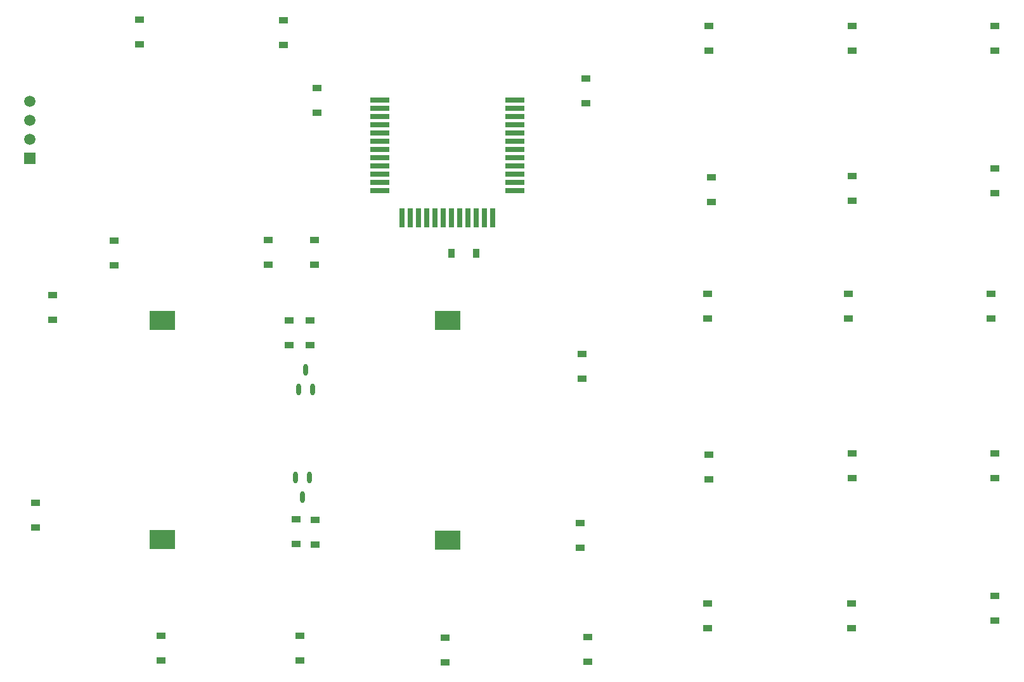
<source format=gbr>
G04 #@! TF.GenerationSoftware,KiCad,Pcbnew,(5.0.0)*
G04 #@! TF.CreationDate,2018-09-21T23:36:36+03:00*
G04 #@! TF.ProjectId,PROJECT,50524F4A4543542E6B696361645F7063,rev?*
G04 #@! TF.SameCoordinates,Original*
G04 #@! TF.FileFunction,Paste,Bot*
G04 #@! TF.FilePolarity,Positive*
%FSLAX46Y46*%
G04 Gerber Fmt 4.6, Leading zero omitted, Abs format (unit mm)*
G04 Created by KiCad (PCBNEW (5.0.0)) date 09/21/18 23:36:36*
%MOMM*%
%LPD*%
G01*
G04 APERTURE LIST*
%ADD10R,3.510000X2.540000*%
%ADD11R,1.200000X0.900000*%
%ADD12R,0.900000X1.200000*%
%ADD13C,1.500000*%
%ADD14R,1.500000X1.500000*%
%ADD15O,0.650000X1.550000*%
%ADD16R,0.800000X2.500000*%
%ADD17R,2.500000X0.800000*%
G04 APERTURE END LIST*
D10*
G04 #@! TO.C,BT1*
X66695320Y-90008640D03*
X66695320Y-119368640D03*
G04 #@! TD*
G04 #@! TO.C,BT2*
X104790240Y-119414360D03*
X104790240Y-90054360D03*
G04 #@! TD*
D11*
G04 #@! TO.C,D1*
X63690500Y-53085000D03*
X63690500Y-49785000D03*
G04 #@! TD*
G04 #@! TO.C,D2*
X82867500Y-49912000D03*
X82867500Y-53212000D03*
G04 #@! TD*
G04 #@! TO.C,D3*
X87376000Y-58929000D03*
X87376000Y-62229000D03*
G04 #@! TD*
G04 #@! TO.C,D4*
X123253500Y-60959000D03*
X123253500Y-57659000D03*
G04 #@! TD*
G04 #@! TO.C,D5*
X139700000Y-50674000D03*
X139700000Y-53974000D03*
G04 #@! TD*
G04 #@! TO.C,D6*
X158877000Y-53974000D03*
X158877000Y-50674000D03*
G04 #@! TD*
G04 #@! TO.C,D7*
X177927000Y-50674000D03*
X177927000Y-53974000D03*
G04 #@! TD*
G04 #@! TO.C,D8*
X60325000Y-82676000D03*
X60325000Y-79376000D03*
G04 #@! TD*
G04 #@! TO.C,D9*
X80899000Y-79249000D03*
X80899000Y-82549000D03*
G04 #@! TD*
G04 #@! TO.C,D10*
X87058500Y-82549000D03*
X87058500Y-79249000D03*
G04 #@! TD*
D12*
G04 #@! TO.C,D11*
X108647500Y-81026000D03*
X105347500Y-81026000D03*
G04 #@! TD*
D11*
G04 #@! TO.C,D12*
X140081000Y-74167000D03*
X140081000Y-70867000D03*
G04 #@! TD*
G04 #@! TO.C,D13*
X158877000Y-70740000D03*
X158877000Y-74040000D03*
G04 #@! TD*
G04 #@! TO.C,D14*
X177927000Y-73024000D03*
X177927000Y-69724000D03*
G04 #@! TD*
G04 #@! TO.C,D15*
X52070000Y-89915000D03*
X52070000Y-86615000D03*
G04 #@! TD*
G04 #@! TO.C,D16*
X83652360Y-90003360D03*
X83652360Y-93303360D03*
G04 #@! TD*
G04 #@! TO.C,D17*
X86487000Y-93328760D03*
X86487000Y-90028760D03*
G04 #@! TD*
G04 #@! TO.C,D18*
X122809000Y-94489000D03*
X122809000Y-97789000D03*
G04 #@! TD*
G04 #@! TO.C,D19*
X139573000Y-89788000D03*
X139573000Y-86488000D03*
G04 #@! TD*
G04 #@! TO.C,D20*
X158369000Y-86488000D03*
X158369000Y-89788000D03*
G04 #@! TD*
G04 #@! TO.C,D21*
X177419000Y-86488000D03*
X177419000Y-89788000D03*
G04 #@! TD*
G04 #@! TO.C,D22*
X49784000Y-114428000D03*
X49784000Y-117728000D03*
G04 #@! TD*
G04 #@! TO.C,D23*
X84582000Y-119887000D03*
X84582000Y-116587000D03*
G04 #@! TD*
G04 #@! TO.C,D24*
X87122000Y-116714000D03*
X87122000Y-120014000D03*
G04 #@! TD*
G04 #@! TO.C,D25*
X122555000Y-120395000D03*
X122555000Y-117095000D03*
G04 #@! TD*
G04 #@! TO.C,D26*
X139700000Y-107951000D03*
X139700000Y-111251000D03*
G04 #@! TD*
G04 #@! TO.C,D27*
X158877000Y-107824000D03*
X158877000Y-111124000D03*
G04 #@! TD*
G04 #@! TO.C,D28*
X177927000Y-107824000D03*
X177927000Y-111124000D03*
G04 #@! TD*
G04 #@! TO.C,D29*
X66548000Y-132208000D03*
X66548000Y-135508000D03*
G04 #@! TD*
G04 #@! TO.C,D30*
X85090000Y-135508000D03*
X85090000Y-132208000D03*
G04 #@! TD*
G04 #@! TO.C,D31*
X104457500Y-135762000D03*
X104457500Y-132462000D03*
G04 #@! TD*
G04 #@! TO.C,D32*
X123507500Y-135698500D03*
X123507500Y-132398500D03*
G04 #@! TD*
G04 #@! TO.C,D33*
X139573000Y-127890000D03*
X139573000Y-131190000D03*
G04 #@! TD*
G04 #@! TO.C,D34*
X158750000Y-131190000D03*
X158750000Y-127890000D03*
G04 #@! TD*
G04 #@! TO.C,D35*
X177927000Y-126874000D03*
X177927000Y-130174000D03*
G04 #@! TD*
D13*
G04 #@! TO.C,J1*
X49049940Y-60706000D03*
X49049940Y-63246000D03*
X49049940Y-65786000D03*
D14*
X49049940Y-68326000D03*
G04 #@! TD*
D15*
G04 #@! TO.C,Q1*
X85852000Y-96632640D03*
X84902000Y-99282640D03*
X86802000Y-99282640D03*
G04 #@! TD*
G04 #@! TO.C,Q2*
X84470200Y-111019200D03*
X86370200Y-111019200D03*
X85420200Y-113669200D03*
G04 #@! TD*
D16*
G04 #@! TO.C,U1*
X110825000Y-76305000D03*
X109725000Y-76305000D03*
X108625000Y-76305000D03*
X107525000Y-76305000D03*
X106425000Y-76305000D03*
X105325000Y-76305000D03*
X104225000Y-76305000D03*
X103125000Y-76305000D03*
X102025000Y-76305000D03*
X100925000Y-76305000D03*
X99825000Y-76305000D03*
X98725000Y-76305000D03*
D17*
X113775000Y-60605000D03*
X113775000Y-61705000D03*
X113775000Y-62805000D03*
X113775000Y-63905000D03*
X113775000Y-65005000D03*
X113775000Y-66105000D03*
X113775000Y-67205000D03*
X113775000Y-68305000D03*
X113775000Y-69405000D03*
X113775000Y-70505000D03*
X113775000Y-71605000D03*
X113775000Y-72705000D03*
X95775000Y-72705000D03*
X95775000Y-71605000D03*
X95775000Y-70505000D03*
X95775000Y-69405000D03*
X95775000Y-68305000D03*
X95775000Y-67205000D03*
X95775000Y-66105000D03*
X95775000Y-65005000D03*
X95775000Y-63905000D03*
X95775000Y-62805000D03*
X95775000Y-61705000D03*
X95775000Y-60605000D03*
G04 #@! TD*
M02*

</source>
